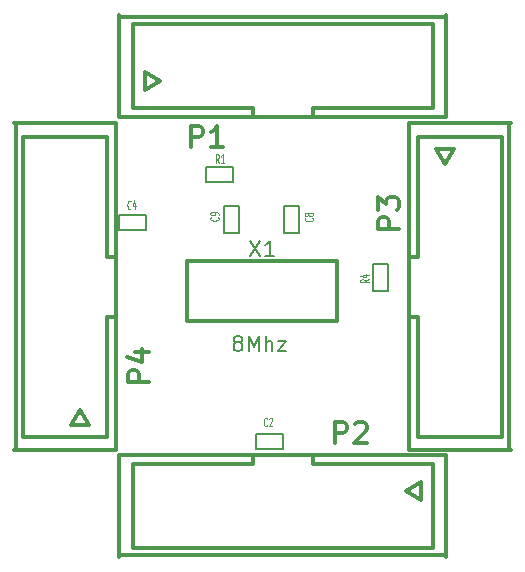
<source format=gto>
G04 #@! TF.FileFunction,Legend,Top*
%FSLAX46Y46*%
G04 Gerber Fmt 4.6, Leading zero omitted, Abs format (unit mm)*
G04 Created by KiCad (PCBNEW 4.0.7) date 02/13/18 20:48:28*
%MOMM*%
%LPD*%
G01*
G04 APERTURE LIST*
%ADD10C,0.150000*%
%ADD11C,0.304800*%
%ADD12C,0.127000*%
%ADD13C,0.203200*%
%ADD14C,0.114300*%
G04 APERTURE END LIST*
D10*
D11*
X123825000Y-66421000D02*
X136525000Y-66421000D01*
X136525000Y-66421000D02*
X136525000Y-71501000D01*
X136525000Y-71501000D02*
X123825000Y-71501000D01*
X123825000Y-71501000D02*
X123825000Y-66421000D01*
D12*
X127000000Y-64008000D02*
X127000000Y-61722000D01*
X127000000Y-61722000D02*
X128270000Y-61722000D01*
X128270000Y-61722000D02*
X128270000Y-64008000D01*
X128270000Y-64008000D02*
X127000000Y-64008000D01*
X132080000Y-64008000D02*
X132080000Y-61722000D01*
X132080000Y-61722000D02*
X133350000Y-61722000D01*
X133350000Y-61722000D02*
X133350000Y-64008000D01*
X133350000Y-64008000D02*
X132080000Y-64008000D01*
X118046500Y-62547500D02*
X120332500Y-62547500D01*
X120332500Y-62547500D02*
X120332500Y-63817500D01*
X120332500Y-63817500D02*
X118046500Y-63817500D01*
X118046500Y-63817500D02*
X118046500Y-62547500D01*
X131953000Y-82296000D02*
X129667000Y-82296000D01*
X129667000Y-82296000D02*
X129667000Y-81026000D01*
X129667000Y-81026000D02*
X131953000Y-81026000D01*
X131953000Y-81026000D02*
X131953000Y-82296000D01*
X127762000Y-59690000D02*
X125476000Y-59690000D01*
X125476000Y-59690000D02*
X125476000Y-58420000D01*
X125476000Y-58420000D02*
X127762000Y-58420000D01*
X127762000Y-58420000D02*
X127762000Y-59690000D01*
X139573000Y-68961000D02*
X139573000Y-66675000D01*
X139573000Y-66675000D02*
X140843000Y-66675000D01*
X140843000Y-66675000D02*
X140843000Y-68961000D01*
X140843000Y-68961000D02*
X139573000Y-68961000D01*
D11*
X145796000Y-54229000D02*
X118110000Y-54229000D01*
X118110000Y-45720000D02*
X145669000Y-45720000D01*
X129413000Y-54229000D02*
X129413000Y-53467000D01*
X129413000Y-53467000D02*
X119253000Y-53467000D01*
X119253000Y-53467000D02*
X119253000Y-46355000D01*
X119253000Y-46355000D02*
X144653000Y-46355000D01*
X144653000Y-46355000D02*
X144653000Y-53467000D01*
X144653000Y-53467000D02*
X134493000Y-53467000D01*
X134493000Y-53467000D02*
X134493000Y-54229000D01*
X118110000Y-54229000D02*
X118110000Y-45593000D01*
X145796000Y-45593000D02*
X145796000Y-54229000D01*
X121539000Y-51181000D02*
X120269000Y-50419000D01*
X120269000Y-50419000D02*
X120269000Y-51943000D01*
X120269000Y-51943000D02*
X121539000Y-51181000D01*
X118110000Y-82804000D02*
X145796000Y-82804000D01*
X145796000Y-91313000D02*
X118237000Y-91313000D01*
X134493000Y-82804000D02*
X134493000Y-83566000D01*
X134493000Y-83566000D02*
X144653000Y-83566000D01*
X144653000Y-83566000D02*
X144653000Y-90678000D01*
X144653000Y-90678000D02*
X119253000Y-90678000D01*
X119253000Y-90678000D02*
X119253000Y-83566000D01*
X119253000Y-83566000D02*
X129413000Y-83566000D01*
X129413000Y-83566000D02*
X129413000Y-82804000D01*
X145796000Y-82804000D02*
X145796000Y-91440000D01*
X118110000Y-91440000D02*
X118110000Y-82804000D01*
X142367000Y-85852000D02*
X143637000Y-86614000D01*
X143637000Y-86614000D02*
X143637000Y-85090000D01*
X143637000Y-85090000D02*
X142367000Y-85852000D01*
X142621000Y-82423000D02*
X142621000Y-54737000D01*
X151130000Y-54737000D02*
X151130000Y-82296000D01*
X142621000Y-66040000D02*
X143383000Y-66040000D01*
X143383000Y-66040000D02*
X143383000Y-55880000D01*
X143383000Y-55880000D02*
X150495000Y-55880000D01*
X150495000Y-55880000D02*
X150495000Y-81280000D01*
X150495000Y-81280000D02*
X143383000Y-81280000D01*
X143383000Y-81280000D02*
X143383000Y-71120000D01*
X143383000Y-71120000D02*
X142621000Y-71120000D01*
X142621000Y-54737000D02*
X151257000Y-54737000D01*
X151257000Y-82423000D02*
X142621000Y-82423000D01*
X145669000Y-58166000D02*
X146431000Y-56896000D01*
X146431000Y-56896000D02*
X144907000Y-56896000D01*
X144907000Y-56896000D02*
X145669000Y-58166000D01*
X117856000Y-54737000D02*
X117856000Y-82423000D01*
X109347000Y-82423000D02*
X109347000Y-54864000D01*
X117856000Y-71120000D02*
X117094000Y-71120000D01*
X117094000Y-71120000D02*
X117094000Y-81280000D01*
X117094000Y-81280000D02*
X109982000Y-81280000D01*
X109982000Y-81280000D02*
X109982000Y-55880000D01*
X109982000Y-55880000D02*
X117094000Y-55880000D01*
X117094000Y-55880000D02*
X117094000Y-66040000D01*
X117094000Y-66040000D02*
X117856000Y-66040000D01*
X117856000Y-82423000D02*
X109220000Y-82423000D01*
X109220000Y-54737000D02*
X117856000Y-54737000D01*
X114808000Y-78994000D02*
X114046000Y-80264000D01*
X114046000Y-80264000D02*
X115570000Y-80264000D01*
X115570000Y-80264000D02*
X114808000Y-78994000D01*
D13*
X129197705Y-64684124D02*
X130044371Y-65954124D01*
X130044371Y-64684124D02*
X129197705Y-65954124D01*
X131193419Y-65954124D02*
X130467705Y-65954124D01*
X130830562Y-65954124D02*
X130830562Y-64684124D01*
X130709610Y-64865552D01*
X130588657Y-64986505D01*
X130467705Y-65046981D01*
X128036562Y-73305610D02*
X127915609Y-73245133D01*
X127855133Y-73184657D01*
X127794657Y-73063705D01*
X127794657Y-73003229D01*
X127855133Y-72882276D01*
X127915609Y-72821800D01*
X128036562Y-72761324D01*
X128278466Y-72761324D01*
X128399419Y-72821800D01*
X128459895Y-72882276D01*
X128520371Y-73003229D01*
X128520371Y-73063705D01*
X128459895Y-73184657D01*
X128399419Y-73245133D01*
X128278466Y-73305610D01*
X128036562Y-73305610D01*
X127915609Y-73366086D01*
X127855133Y-73426562D01*
X127794657Y-73547514D01*
X127794657Y-73789419D01*
X127855133Y-73910371D01*
X127915609Y-73970848D01*
X128036562Y-74031324D01*
X128278466Y-74031324D01*
X128399419Y-73970848D01*
X128459895Y-73910371D01*
X128520371Y-73789419D01*
X128520371Y-73547514D01*
X128459895Y-73426562D01*
X128399419Y-73366086D01*
X128278466Y-73305610D01*
X129064657Y-74031324D02*
X129064657Y-72761324D01*
X129487990Y-73668467D01*
X129911324Y-72761324D01*
X129911324Y-74031324D01*
X130516086Y-74031324D02*
X130516086Y-72761324D01*
X131060372Y-74031324D02*
X131060372Y-73366086D01*
X130999895Y-73245133D01*
X130878943Y-73184657D01*
X130697515Y-73184657D01*
X130576562Y-73245133D01*
X130516086Y-73305610D01*
X131544182Y-73184657D02*
X132209420Y-73184657D01*
X131544182Y-74031324D01*
X132209420Y-74031324D01*
D14*
X126441200Y-62712600D02*
X126475067Y-62734371D01*
X126508933Y-62799685D01*
X126508933Y-62843228D01*
X126475067Y-62908543D01*
X126407333Y-62952085D01*
X126339600Y-62973857D01*
X126204133Y-62995628D01*
X126102533Y-62995628D01*
X125967067Y-62973857D01*
X125899333Y-62952085D01*
X125831600Y-62908543D01*
X125797733Y-62843228D01*
X125797733Y-62799685D01*
X125831600Y-62734371D01*
X125865467Y-62712600D01*
X126508933Y-62494885D02*
X126508933Y-62407800D01*
X126475067Y-62364257D01*
X126441200Y-62342485D01*
X126339600Y-62298943D01*
X126204133Y-62277171D01*
X125933200Y-62277171D01*
X125865467Y-62298943D01*
X125831600Y-62320714D01*
X125797733Y-62364257D01*
X125797733Y-62451343D01*
X125831600Y-62494885D01*
X125865467Y-62516657D01*
X125933200Y-62538428D01*
X126102533Y-62538428D01*
X126170267Y-62516657D01*
X126204133Y-62494885D01*
X126238000Y-62451343D01*
X126238000Y-62364257D01*
X126204133Y-62320714D01*
X126170267Y-62298943D01*
X126102533Y-62277171D01*
X134442200Y-62763400D02*
X134476067Y-62785171D01*
X134509933Y-62850485D01*
X134509933Y-62894028D01*
X134476067Y-62959343D01*
X134408333Y-63002885D01*
X134340600Y-63024657D01*
X134205133Y-63046428D01*
X134103533Y-63046428D01*
X133968067Y-63024657D01*
X133900333Y-63002885D01*
X133832600Y-62959343D01*
X133798733Y-62894028D01*
X133798733Y-62850485D01*
X133832600Y-62785171D01*
X133866467Y-62763400D01*
X134103533Y-62502143D02*
X134069667Y-62545685D01*
X134035800Y-62567457D01*
X133968067Y-62589228D01*
X133934200Y-62589228D01*
X133866467Y-62567457D01*
X133832600Y-62545685D01*
X133798733Y-62502143D01*
X133798733Y-62415057D01*
X133832600Y-62371514D01*
X133866467Y-62349743D01*
X133934200Y-62327971D01*
X133968067Y-62327971D01*
X134035800Y-62349743D01*
X134069667Y-62371514D01*
X134103533Y-62415057D01*
X134103533Y-62502143D01*
X134137400Y-62545685D01*
X134171267Y-62567457D01*
X134239000Y-62589228D01*
X134374467Y-62589228D01*
X134442200Y-62567457D01*
X134476067Y-62545685D01*
X134509933Y-62502143D01*
X134509933Y-62415057D01*
X134476067Y-62371514D01*
X134442200Y-62349743D01*
X134374467Y-62327971D01*
X134239000Y-62327971D01*
X134171267Y-62349743D01*
X134137400Y-62371514D01*
X134103533Y-62415057D01*
X119075200Y-61950600D02*
X119053429Y-61984467D01*
X118988115Y-62018333D01*
X118944572Y-62018333D01*
X118879257Y-61984467D01*
X118835715Y-61916733D01*
X118813943Y-61849000D01*
X118792172Y-61713533D01*
X118792172Y-61611933D01*
X118813943Y-61476467D01*
X118835715Y-61408733D01*
X118879257Y-61341000D01*
X118944572Y-61307133D01*
X118988115Y-61307133D01*
X119053429Y-61341000D01*
X119075200Y-61374867D01*
X119467086Y-61544200D02*
X119467086Y-62018333D01*
X119358229Y-61273267D02*
X119249372Y-61781267D01*
X119532400Y-61781267D01*
X130632200Y-80340200D02*
X130610429Y-80374067D01*
X130545115Y-80407933D01*
X130501572Y-80407933D01*
X130436257Y-80374067D01*
X130392715Y-80306333D01*
X130370943Y-80238600D01*
X130349172Y-80103133D01*
X130349172Y-80001533D01*
X130370943Y-79866067D01*
X130392715Y-79798333D01*
X130436257Y-79730600D01*
X130501572Y-79696733D01*
X130545115Y-79696733D01*
X130610429Y-79730600D01*
X130632200Y-79764467D01*
X130806372Y-79764467D02*
X130828143Y-79730600D01*
X130871686Y-79696733D01*
X130980543Y-79696733D01*
X131024086Y-79730600D01*
X131045857Y-79764467D01*
X131067629Y-79832200D01*
X131067629Y-79899933D01*
X131045857Y-80001533D01*
X130784600Y-80407933D01*
X131067629Y-80407933D01*
X126542800Y-58081333D02*
X126390400Y-57742667D01*
X126281543Y-58081333D02*
X126281543Y-57370133D01*
X126455715Y-57370133D01*
X126499257Y-57404000D01*
X126521029Y-57437867D01*
X126542800Y-57505600D01*
X126542800Y-57607200D01*
X126521029Y-57674933D01*
X126499257Y-57708800D01*
X126455715Y-57742667D01*
X126281543Y-57742667D01*
X126978229Y-58081333D02*
X126716972Y-58081333D01*
X126847600Y-58081333D02*
X126847600Y-57370133D01*
X126804057Y-57471733D01*
X126760515Y-57539467D01*
X126716972Y-57573333D01*
X139234333Y-67970400D02*
X138895667Y-68122800D01*
X139234333Y-68231657D02*
X138523133Y-68231657D01*
X138523133Y-68057485D01*
X138557000Y-68013943D01*
X138590867Y-67992171D01*
X138658600Y-67970400D01*
X138760200Y-67970400D01*
X138827933Y-67992171D01*
X138861800Y-68013943D01*
X138895667Y-68057485D01*
X138895667Y-68231657D01*
X138760200Y-67578514D02*
X139234333Y-67578514D01*
X138489267Y-67687371D02*
X138997267Y-67796228D01*
X138997267Y-67513200D01*
D11*
X124214467Y-56735133D02*
X124214467Y-54957133D01*
X124891801Y-54957133D01*
X125061134Y-55041800D01*
X125145801Y-55126467D01*
X125230467Y-55295800D01*
X125230467Y-55549800D01*
X125145801Y-55719133D01*
X125061134Y-55803800D01*
X124891801Y-55888467D01*
X124214467Y-55888467D01*
X126923801Y-56735133D02*
X125907801Y-56735133D01*
X126415801Y-56735133D02*
X126415801Y-54957133D01*
X126246467Y-55211133D01*
X126077134Y-55380467D01*
X125907801Y-55465133D01*
X136406467Y-81804933D02*
X136406467Y-80026933D01*
X137083801Y-80026933D01*
X137253134Y-80111600D01*
X137337801Y-80196267D01*
X137422467Y-80365600D01*
X137422467Y-80619600D01*
X137337801Y-80788933D01*
X137253134Y-80873600D01*
X137083801Y-80958267D01*
X136406467Y-80958267D01*
X138099801Y-80196267D02*
X138184467Y-80111600D01*
X138353801Y-80026933D01*
X138777134Y-80026933D01*
X138946467Y-80111600D01*
X139031134Y-80196267D01*
X139115801Y-80365600D01*
X139115801Y-80534933D01*
X139031134Y-80788933D01*
X138015134Y-81804933D01*
X139115801Y-81804933D01*
X141799733Y-63720133D02*
X140021733Y-63720133D01*
X140021733Y-63042799D01*
X140106400Y-62873466D01*
X140191067Y-62788799D01*
X140360400Y-62704133D01*
X140614400Y-62704133D01*
X140783733Y-62788799D01*
X140868400Y-62873466D01*
X140953067Y-63042799D01*
X140953067Y-63720133D01*
X140021733Y-62111466D02*
X140021733Y-61010799D01*
X140699067Y-61603466D01*
X140699067Y-61349466D01*
X140783733Y-61180133D01*
X140868400Y-61095466D01*
X141037733Y-61010799D01*
X141461067Y-61010799D01*
X141630400Y-61095466D01*
X141715067Y-61180133D01*
X141799733Y-61349466D01*
X141799733Y-61857466D01*
X141715067Y-62026799D01*
X141630400Y-62111466D01*
X120641533Y-76623333D02*
X118863533Y-76623333D01*
X118863533Y-75945999D01*
X118948200Y-75776666D01*
X119032867Y-75691999D01*
X119202200Y-75607333D01*
X119456200Y-75607333D01*
X119625533Y-75691999D01*
X119710200Y-75776666D01*
X119794867Y-75945999D01*
X119794867Y-76623333D01*
X119456200Y-74083333D02*
X120641533Y-74083333D01*
X118778867Y-74506666D02*
X120048867Y-74929999D01*
X120048867Y-73829333D01*
M02*

</source>
